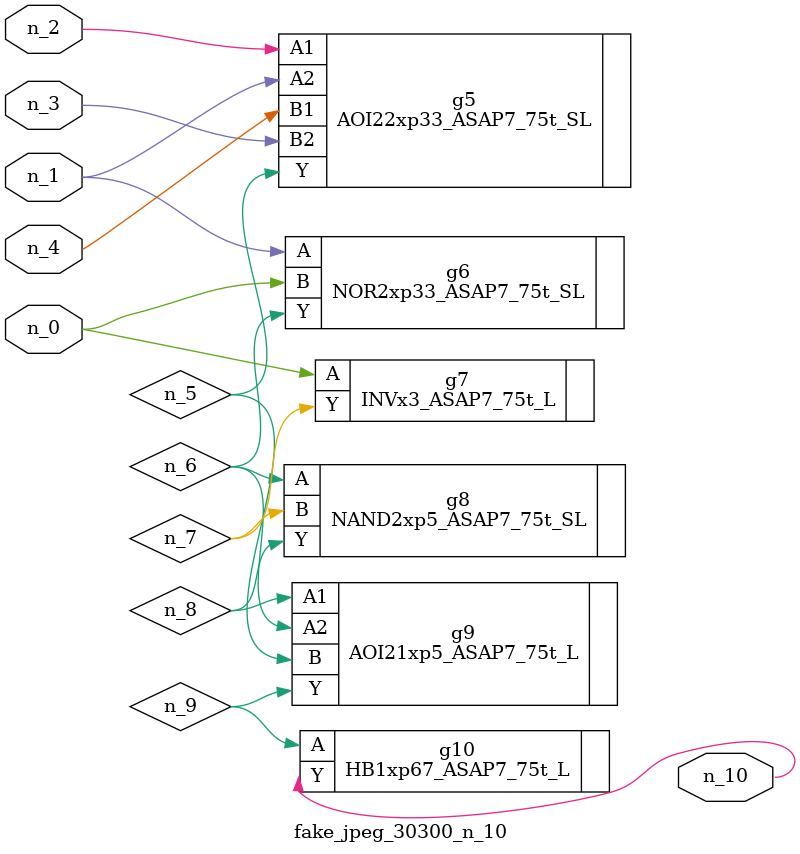
<source format=v>
module fake_jpeg_30300_n_10 (n_3, n_2, n_1, n_0, n_4, n_10);

input n_3;
input n_2;
input n_1;
input n_0;
input n_4;

output n_10;

wire n_8;
wire n_9;
wire n_6;
wire n_5;
wire n_7;

AOI22xp33_ASAP7_75t_SL g5 ( 
.A1(n_2),
.A2(n_1),
.B1(n_4),
.B2(n_3),
.Y(n_5)
);

NOR2xp33_ASAP7_75t_SL g6 ( 
.A(n_1),
.B(n_0),
.Y(n_6)
);

INVx3_ASAP7_75t_L g7 ( 
.A(n_0),
.Y(n_7)
);

NAND2xp5_ASAP7_75t_SL g8 ( 
.A(n_6),
.B(n_7),
.Y(n_8)
);

AOI21xp5_ASAP7_75t_L g9 ( 
.A1(n_8),
.A2(n_6),
.B(n_5),
.Y(n_9)
);

HB1xp67_ASAP7_75t_L g10 ( 
.A(n_9),
.Y(n_10)
);


endmodule
</source>
